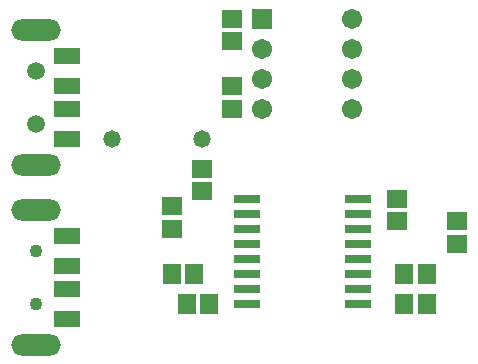
<source format=gbr>
%TF.GenerationSoftware,Novarm,DipTrace,3.1.0.1*%
%TF.CreationDate,2017-08-28T19:58:40+02:00*%
%FSLAX26Y26*%
%MOIN*%
%TF.FileFunction,Soldermask,Top*%
%TF.Part,Single*%
%ADD27C,0.059055*%
%ADD28C,0.043307*%
%ADD36C,0.058*%
%ADD38C,0.058*%
%ADD40O,0.16548X0.070992*%
%ADD42R,0.08674X0.055244*%
%ADD44C,0.067055*%
%ADD46R,0.067055X0.067055*%
%ADD48R,0.059181X0.067055*%
%ADD50R,0.08674X0.031622*%
%ADD52R,0.067055X0.059181*%
G75*
G01*
%LPD*%
D52*
X1094000Y1094000D3*
Y1019197D3*
X1744000Y994000D3*
Y919197D3*
X994000Y894000D3*
Y968803D3*
X1944000Y844000D3*
Y918803D3*
X1194000Y1368803D3*
Y1294000D3*
Y1594000D3*
Y1519197D3*
D50*
X1244000Y994000D3*
Y944000D3*
Y894000D3*
Y844000D3*
Y794000D3*
Y744000D3*
Y694000D3*
Y644000D3*
X1614079D3*
Y694000D3*
Y744000D3*
Y794000D3*
Y844000D3*
Y894000D3*
Y944000D3*
Y994000D3*
D48*
X994000Y744000D3*
X1068803D3*
X1044000Y644000D3*
X1118803D3*
X1844000Y744000D3*
X1769197D3*
X1844000Y644000D3*
X1769197D3*
D46*
X1294000Y1594000D3*
D44*
Y1494000D3*
Y1394000D3*
Y1294000D3*
X1594000D3*
Y1394000D3*
Y1494000D3*
Y1594000D3*
D42*
X644000Y1194000D3*
Y1292425D3*
Y1371165D3*
Y1469591D3*
D40*
X541638Y1107386D3*
Y1556205D3*
D27*
Y1243213D3*
Y1420378D3*
D42*
X644000Y594000D3*
Y692425D3*
Y771165D3*
Y869591D3*
D40*
X541638Y507386D3*
Y956205D3*
D28*
Y643213D3*
Y820378D3*
D38*
X794000Y1194000D3*
D36*
X1094000D3*
M02*

</source>
